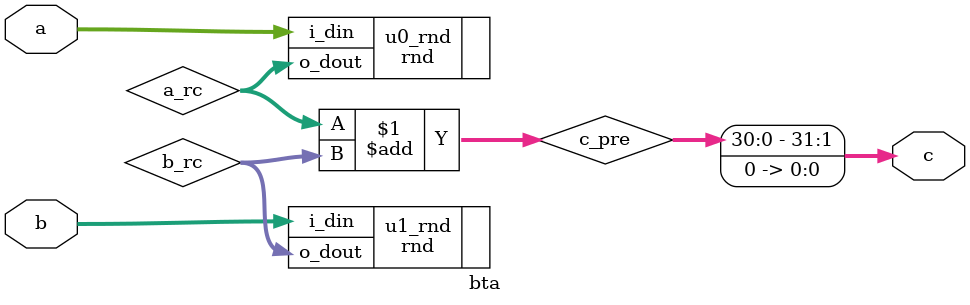
<source format=v>

`timescale 1ns/1ps

module bta (
  a,
  b,
  c
);


parameter BWOP = 32; //operand width
parameter NAB = 1;  //Number of Apx Bits

input  [BWOP-1:0]                                   a;
input  [BWOP-1:0]                                   b;
output [BWOP-1:0]                                   c;
wire   [BWOP-NAB-1:0]                               a_rc;
wire   [BWOP-NAB-1:0]                               b_rc;
wire   [BWOP- NAB :0]                           c_pre;
wire overflow;
rnd #(BWOP,  NAB) u0_rnd(
  .i_din                   (a),
  .o_dout                  (a_rc              )
);

rnd #(BWOP, NAB) u1_rnd(
  .i_din                   (b),
  .o_dout                  (b_rc              )
);

assign c_pre = a_rc + b_rc;
assign c = (NAB == 0) ? c_pre[BWOP-1: 0]: {c_pre[BWOP-NAB - 1:0], {{NAB}{1'b0}}};
endmodule

</source>
